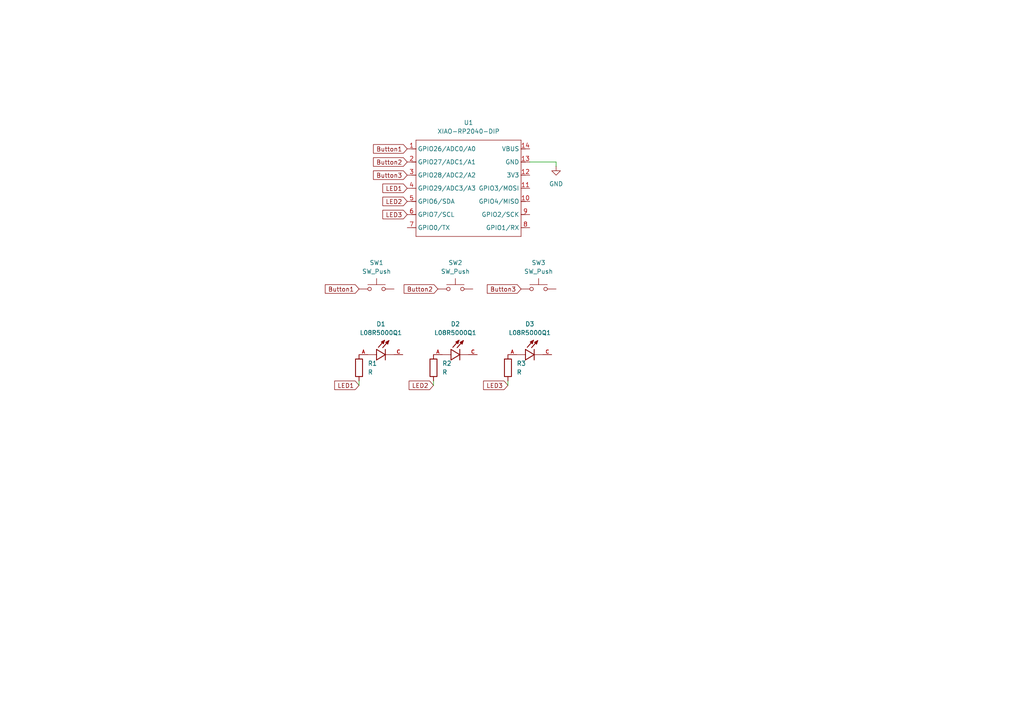
<source format=kicad_sch>
(kicad_sch
	(version 20250114)
	(generator "eeschema")
	(generator_version "9.0")
	(uuid "47509d8e-bc2b-4039-aa3e-079d5362eea7")
	(paper "A4")
	(lib_symbols
		(symbol "Device:R"
			(pin_numbers
				(hide yes)
			)
			(pin_names
				(offset 0)
			)
			(exclude_from_sim no)
			(in_bom yes)
			(on_board yes)
			(property "Reference" "R"
				(at 2.032 0 90)
				(effects
					(font
						(size 1.27 1.27)
					)
				)
			)
			(property "Value" "R"
				(at 0 0 90)
				(effects
					(font
						(size 1.27 1.27)
					)
				)
			)
			(property "Footprint" ""
				(at -1.778 0 90)
				(effects
					(font
						(size 1.27 1.27)
					)
					(hide yes)
				)
			)
			(property "Datasheet" "~"
				(at 0 0 0)
				(effects
					(font
						(size 1.27 1.27)
					)
					(hide yes)
				)
			)
			(property "Description" "Resistor"
				(at 0 0 0)
				(effects
					(font
						(size 1.27 1.27)
					)
					(hide yes)
				)
			)
			(property "ki_keywords" "R res resistor"
				(at 0 0 0)
				(effects
					(font
						(size 1.27 1.27)
					)
					(hide yes)
				)
			)
			(property "ki_fp_filters" "R_*"
				(at 0 0 0)
				(effects
					(font
						(size 1.27 1.27)
					)
					(hide yes)
				)
			)
			(symbol "R_0_1"
				(rectangle
					(start -1.016 -2.54)
					(end 1.016 2.54)
					(stroke
						(width 0.254)
						(type default)
					)
					(fill
						(type none)
					)
				)
			)
			(symbol "R_1_1"
				(pin passive line
					(at 0 3.81 270)
					(length 1.27)
					(name "~"
						(effects
							(font
								(size 1.27 1.27)
							)
						)
					)
					(number "1"
						(effects
							(font
								(size 1.27 1.27)
							)
						)
					)
				)
				(pin passive line
					(at 0 -3.81 90)
					(length 1.27)
					(name "~"
						(effects
							(font
								(size 1.27 1.27)
							)
						)
					)
					(number "2"
						(effects
							(font
								(size 1.27 1.27)
							)
						)
					)
				)
			)
			(embedded_fonts no)
		)
		(symbol "L08R5000Q1:L08R5000Q1"
			(pin_names
				(offset 1.016)
			)
			(exclude_from_sim no)
			(in_bom yes)
			(on_board yes)
			(property "Reference" "D"
				(at -3.0988 4.4958 0)
				(effects
					(font
						(size 1.27 1.27)
					)
					(justify left bottom)
				)
			)
			(property "Value" "L08R5000Q1"
				(at -3.556 -3.302 0)
				(effects
					(font
						(size 1.27 1.27)
					)
					(justify left bottom)
				)
			)
			(property "Footprint" "L08R5000Q1:LEDRD254W57D500H1070"
				(at 0 0 0)
				(effects
					(font
						(size 1.27 1.27)
					)
					(justify bottom)
					(hide yes)
				)
			)
			(property "Datasheet" ""
				(at 0 0 0)
				(effects
					(font
						(size 1.27 1.27)
					)
					(hide yes)
				)
			)
			(property "Description" ""
				(at 0 0 0)
				(effects
					(font
						(size 1.27 1.27)
					)
					(hide yes)
				)
			)
			(property "MF" "LED Technology"
				(at 0 0 0)
				(effects
					(font
						(size 1.27 1.27)
					)
					(justify bottom)
					(hide yes)
				)
			)
			(property "MAXIMUM_PACKAGE_HEIGHT" "10.7mm"
				(at 0 0 0)
				(effects
					(font
						(size 1.27 1.27)
					)
					(justify bottom)
					(hide yes)
				)
			)
			(property "Package" "None"
				(at 0 0 0)
				(effects
					(font
						(size 1.27 1.27)
					)
					(justify bottom)
					(hide yes)
				)
			)
			(property "Price" "None"
				(at 0 0 0)
				(effects
					(font
						(size 1.27 1.27)
					)
					(justify bottom)
					(hide yes)
				)
			)
			(property "Check_prices" "https://www.snapeda.com/parts/L08R5000Q1/LED+Technology/view-part/?ref=eda"
				(at 0 0 0)
				(effects
					(font
						(size 1.27 1.27)
					)
					(justify bottom)
					(hide yes)
				)
			)
			(property "STANDARD" "IPC-7351B"
				(at 0 0 0)
				(effects
					(font
						(size 1.27 1.27)
					)
					(justify bottom)
					(hide yes)
				)
			)
			(property "PARTREV" "NA"
				(at 0 0 0)
				(effects
					(font
						(size 1.27 1.27)
					)
					(justify bottom)
					(hide yes)
				)
			)
			(property "SnapEDA_Link" "https://www.snapeda.com/parts/L08R5000Q1/LED+Technology/view-part/?ref=snap"
				(at 0 0 0)
				(effects
					(font
						(size 1.27 1.27)
					)
					(justify bottom)
					(hide yes)
				)
			)
			(property "MP" "L08R5000Q1"
				(at 0 0 0)
				(effects
					(font
						(size 1.27 1.27)
					)
					(justify bottom)
					(hide yes)
				)
			)
			(property "Description_1" "LED, 5MM, ORANGE; LED / Lamp Size: 5mm / T-1 3/4; LED Colour: Orange; Typ Luminous Intensity: 4.3mcd; Viewing Angle: ..."
				(at 0 0 0)
				(effects
					(font
						(size 1.27 1.27)
					)
					(justify bottom)
					(hide yes)
				)
			)
			(property "Availability" "Not in stock"
				(at 0 0 0)
				(effects
					(font
						(size 1.27 1.27)
					)
					(justify bottom)
					(hide yes)
				)
			)
			(property "MANUFACTURER" "LED TECHNOLOGY"
				(at 0 0 0)
				(effects
					(font
						(size 1.27 1.27)
					)
					(justify bottom)
					(hide yes)
				)
			)
			(symbol "L08R5000Q1_0_0"
				(polyline
					(pts
						(xy -2.54 1.524) (xy -2.54 0)
					)
					(stroke
						(width 0.254)
						(type default)
					)
					(fill
						(type none)
					)
				)
				(polyline
					(pts
						(xy -2.54 0) (xy -5.08 0)
					)
					(stroke
						(width 0.1524)
						(type default)
					)
					(fill
						(type none)
					)
				)
				(polyline
					(pts
						(xy -2.54 0) (xy -2.54 -1.524)
					)
					(stroke
						(width 0.254)
						(type default)
					)
					(fill
						(type none)
					)
				)
				(polyline
					(pts
						(xy -2.54 -1.524) (xy 0 0)
					)
					(stroke
						(width 0.254)
						(type default)
					)
					(fill
						(type none)
					)
				)
				(polyline
					(pts
						(xy -1.1176 3.683) (xy -0.2286 4.1656)
					)
					(stroke
						(width 0.254)
						(type default)
					)
					(fill
						(type none)
					)
				)
				(polyline
					(pts
						(xy -0.9398 3.6068) (xy -0.7112 3.7592)
					)
					(stroke
						(width 0.254)
						(type default)
					)
					(fill
						(type none)
					)
				)
				(polyline
					(pts
						(xy -0.5588 3.2004) (xy -1.1176 3.683)
					)
					(stroke
						(width 0.254)
						(type default)
					)
					(fill
						(type none)
					)
				)
				(polyline
					(pts
						(xy -0.5588 3.2004) (xy -0.5334 3.937)
					)
					(stroke
						(width 0.254)
						(type default)
					)
					(fill
						(type none)
					)
				)
				(polyline
					(pts
						(xy -0.5334 3.937) (xy -0.6604 3.937)
					)
					(stroke
						(width 0.254)
						(type default)
					)
					(fill
						(type none)
					)
				)
				(polyline
					(pts
						(xy -0.2286 4.1656) (xy -2.0066 2.1336)
					)
					(stroke
						(width 0.254)
						(type default)
					)
					(fill
						(type none)
					)
				)
				(polyline
					(pts
						(xy -0.2286 4.1656) (xy -0.5588 3.2004)
					)
					(stroke
						(width 0.254)
						(type default)
					)
					(fill
						(type none)
					)
				)
				(polyline
					(pts
						(xy 0 1.524) (xy 0 0)
					)
					(stroke
						(width 0.254)
						(type default)
					)
					(fill
						(type none)
					)
				)
				(polyline
					(pts
						(xy 0 0) (xy -2.54 1.524)
					)
					(stroke
						(width 0.254)
						(type default)
					)
					(fill
						(type none)
					)
				)
				(polyline
					(pts
						(xy 0 0) (xy 0 -1.524)
					)
					(stroke
						(width 0.254)
						(type default)
					)
					(fill
						(type none)
					)
				)
				(polyline
					(pts
						(xy 0.127 3.5814) (xy 1.016 4.064)
					)
					(stroke
						(width 0.254)
						(type default)
					)
					(fill
						(type none)
					)
				)
				(polyline
					(pts
						(xy 0.3048 3.5052) (xy 0.5334 3.6576)
					)
					(stroke
						(width 0.254)
						(type default)
					)
					(fill
						(type none)
					)
				)
				(polyline
					(pts
						(xy 0.6858 3.0988) (xy 0.127 3.5814)
					)
					(stroke
						(width 0.254)
						(type default)
					)
					(fill
						(type none)
					)
				)
				(polyline
					(pts
						(xy 0.6858 3.0988) (xy 0.7112 3.8354)
					)
					(stroke
						(width 0.254)
						(type default)
					)
					(fill
						(type none)
					)
				)
				(polyline
					(pts
						(xy 0.7112 3.8354) (xy 0.5842 3.8354)
					)
					(stroke
						(width 0.254)
						(type default)
					)
					(fill
						(type none)
					)
				)
				(polyline
					(pts
						(xy 1.016 4.064) (xy -0.762 2.032)
					)
					(stroke
						(width 0.254)
						(type default)
					)
					(fill
						(type none)
					)
				)
				(polyline
					(pts
						(xy 1.016 4.064) (xy 0.6858 3.0988)
					)
					(stroke
						(width 0.254)
						(type default)
					)
					(fill
						(type none)
					)
				)
				(polyline
					(pts
						(xy 2.54 0) (xy 0 0)
					)
					(stroke
						(width 0.1524)
						(type default)
					)
					(fill
						(type none)
					)
				)
				(pin passive line
					(at -7.62 0 0)
					(length 2.54)
					(name "~"
						(effects
							(font
								(size 1.016 1.016)
							)
						)
					)
					(number "A"
						(effects
							(font
								(size 1.016 1.016)
							)
						)
					)
				)
				(pin passive line
					(at 5.08 0 180)
					(length 2.54)
					(name "~"
						(effects
							(font
								(size 1.016 1.016)
							)
						)
					)
					(number "C"
						(effects
							(font
								(size 1.016 1.016)
							)
						)
					)
				)
			)
			(embedded_fonts no)
		)
		(symbol "Seeed_Studio_XIAO_Series:XIAO-RP2040-DIP"
			(exclude_from_sim no)
			(in_bom yes)
			(on_board yes)
			(property "Reference" "U"
				(at 0 0 0)
				(effects
					(font
						(size 1.27 1.27)
					)
				)
			)
			(property "Value" "XIAO-RP2040-DIP"
				(at 5.334 -1.778 0)
				(effects
					(font
						(size 1.27 1.27)
					)
				)
			)
			(property "Footprint" "Module:MOUDLE14P-XIAO-DIP-SMD"
				(at 14.478 -32.258 0)
				(effects
					(font
						(size 1.27 1.27)
					)
					(hide yes)
				)
			)
			(property "Datasheet" ""
				(at 0 0 0)
				(effects
					(font
						(size 1.27 1.27)
					)
					(hide yes)
				)
			)
			(property "Description" ""
				(at 0 0 0)
				(effects
					(font
						(size 1.27 1.27)
					)
					(hide yes)
				)
			)
			(symbol "XIAO-RP2040-DIP_1_0"
				(polyline
					(pts
						(xy -1.27 -2.54) (xy 29.21 -2.54)
					)
					(stroke
						(width 0.1524)
						(type solid)
					)
					(fill
						(type none)
					)
				)
				(polyline
					(pts
						(xy -1.27 -5.08) (xy -2.54 -5.08)
					)
					(stroke
						(width 0.1524)
						(type solid)
					)
					(fill
						(type none)
					)
				)
				(polyline
					(pts
						(xy -1.27 -5.08) (xy -1.27 -2.54)
					)
					(stroke
						(width 0.1524)
						(type solid)
					)
					(fill
						(type none)
					)
				)
				(polyline
					(pts
						(xy -1.27 -8.89) (xy -2.54 -8.89)
					)
					(stroke
						(width 0.1524)
						(type solid)
					)
					(fill
						(type none)
					)
				)
				(polyline
					(pts
						(xy -1.27 -8.89) (xy -1.27 -5.08)
					)
					(stroke
						(width 0.1524)
						(type solid)
					)
					(fill
						(type none)
					)
				)
				(polyline
					(pts
						(xy -1.27 -12.7) (xy -2.54 -12.7)
					)
					(stroke
						(width 0.1524)
						(type solid)
					)
					(fill
						(type none)
					)
				)
				(polyline
					(pts
						(xy -1.27 -12.7) (xy -1.27 -8.89)
					)
					(stroke
						(width 0.1524)
						(type solid)
					)
					(fill
						(type none)
					)
				)
				(polyline
					(pts
						(xy -1.27 -16.51) (xy -2.54 -16.51)
					)
					(stroke
						(width 0.1524)
						(type solid)
					)
					(fill
						(type none)
					)
				)
				(polyline
					(pts
						(xy -1.27 -16.51) (xy -1.27 -12.7)
					)
					(stroke
						(width 0.1524)
						(type solid)
					)
					(fill
						(type none)
					)
				)
				(polyline
					(pts
						(xy -1.27 -20.32) (xy -2.54 -20.32)
					)
					(stroke
						(width 0.1524)
						(type solid)
					)
					(fill
						(type none)
					)
				)
				(polyline
					(pts
						(xy -1.27 -24.13) (xy -2.54 -24.13)
					)
					(stroke
						(width 0.1524)
						(type solid)
					)
					(fill
						(type none)
					)
				)
				(polyline
					(pts
						(xy -1.27 -27.94) (xy -2.54 -27.94)
					)
					(stroke
						(width 0.1524)
						(type solid)
					)
					(fill
						(type none)
					)
				)
				(polyline
					(pts
						(xy -1.27 -30.48) (xy -1.27 -16.51)
					)
					(stroke
						(width 0.1524)
						(type solid)
					)
					(fill
						(type none)
					)
				)
				(polyline
					(pts
						(xy 29.21 -2.54) (xy 29.21 -5.08)
					)
					(stroke
						(width 0.1524)
						(type solid)
					)
					(fill
						(type none)
					)
				)
				(polyline
					(pts
						(xy 29.21 -5.08) (xy 29.21 -8.89)
					)
					(stroke
						(width 0.1524)
						(type solid)
					)
					(fill
						(type none)
					)
				)
				(polyline
					(pts
						(xy 29.21 -8.89) (xy 29.21 -12.7)
					)
					(stroke
						(width 0.1524)
						(type solid)
					)
					(fill
						(type none)
					)
				)
				(polyline
					(pts
						(xy 29.21 -12.7) (xy 29.21 -30.48)
					)
					(stroke
						(width 0.1524)
						(type solid)
					)
					(fill
						(type none)
					)
				)
				(polyline
					(pts
						(xy 29.21 -30.48) (xy -1.27 -30.48)
					)
					(stroke
						(width 0.1524)
						(type solid)
					)
					(fill
						(type none)
					)
				)
				(polyline
					(pts
						(xy 30.48 -5.08) (xy 29.21 -5.08)
					)
					(stroke
						(width 0.1524)
						(type solid)
					)
					(fill
						(type none)
					)
				)
				(polyline
					(pts
						(xy 30.48 -8.89) (xy 29.21 -8.89)
					)
					(stroke
						(width 0.1524)
						(type solid)
					)
					(fill
						(type none)
					)
				)
				(polyline
					(pts
						(xy 30.48 -12.7) (xy 29.21 -12.7)
					)
					(stroke
						(width 0.1524)
						(type solid)
					)
					(fill
						(type none)
					)
				)
				(polyline
					(pts
						(xy 30.48 -16.51) (xy 29.21 -16.51)
					)
					(stroke
						(width 0.1524)
						(type solid)
					)
					(fill
						(type none)
					)
				)
				(polyline
					(pts
						(xy 30.48 -20.32) (xy 29.21 -20.32)
					)
					(stroke
						(width 0.1524)
						(type solid)
					)
					(fill
						(type none)
					)
				)
				(polyline
					(pts
						(xy 30.48 -24.13) (xy 29.21 -24.13)
					)
					(stroke
						(width 0.1524)
						(type solid)
					)
					(fill
						(type none)
					)
				)
				(polyline
					(pts
						(xy 30.48 -27.94) (xy 29.21 -27.94)
					)
					(stroke
						(width 0.1524)
						(type solid)
					)
					(fill
						(type none)
					)
				)
				(pin passive line
					(at -3.81 -5.08 0)
					(length 2.54)
					(name "GPIO26/ADC0/A0"
						(effects
							(font
								(size 1.27 1.27)
							)
						)
					)
					(number "1"
						(effects
							(font
								(size 1.27 1.27)
							)
						)
					)
				)
				(pin passive line
					(at -3.81 -8.89 0)
					(length 2.54)
					(name "GPIO27/ADC1/A1"
						(effects
							(font
								(size 1.27 1.27)
							)
						)
					)
					(number "2"
						(effects
							(font
								(size 1.27 1.27)
							)
						)
					)
				)
				(pin passive line
					(at -3.81 -12.7 0)
					(length 2.54)
					(name "GPIO28/ADC2/A2"
						(effects
							(font
								(size 1.27 1.27)
							)
						)
					)
					(number "3"
						(effects
							(font
								(size 1.27 1.27)
							)
						)
					)
				)
				(pin passive line
					(at -3.81 -16.51 0)
					(length 2.54)
					(name "GPIO29/ADC3/A3"
						(effects
							(font
								(size 1.27 1.27)
							)
						)
					)
					(number "4"
						(effects
							(font
								(size 1.27 1.27)
							)
						)
					)
				)
				(pin passive line
					(at -3.81 -20.32 0)
					(length 2.54)
					(name "GPIO6/SDA"
						(effects
							(font
								(size 1.27 1.27)
							)
						)
					)
					(number "5"
						(effects
							(font
								(size 1.27 1.27)
							)
						)
					)
				)
				(pin passive line
					(at -3.81 -24.13 0)
					(length 2.54)
					(name "GPIO7/SCL"
						(effects
							(font
								(size 1.27 1.27)
							)
						)
					)
					(number "6"
						(effects
							(font
								(size 1.27 1.27)
							)
						)
					)
				)
				(pin passive line
					(at -3.81 -27.94 0)
					(length 2.54)
					(name "GPIO0/TX"
						(effects
							(font
								(size 1.27 1.27)
							)
						)
					)
					(number "7"
						(effects
							(font
								(size 1.27 1.27)
							)
						)
					)
				)
				(pin passive line
					(at 31.75 -5.08 180)
					(length 2.54)
					(name "VBUS"
						(effects
							(font
								(size 1.27 1.27)
							)
						)
					)
					(number "14"
						(effects
							(font
								(size 1.27 1.27)
							)
						)
					)
				)
				(pin passive line
					(at 31.75 -8.89 180)
					(length 2.54)
					(name "GND"
						(effects
							(font
								(size 1.27 1.27)
							)
						)
					)
					(number "13"
						(effects
							(font
								(size 1.27 1.27)
							)
						)
					)
				)
				(pin passive line
					(at 31.75 -12.7 180)
					(length 2.54)
					(name "3V3"
						(effects
							(font
								(size 1.27 1.27)
							)
						)
					)
					(number "12"
						(effects
							(font
								(size 1.27 1.27)
							)
						)
					)
				)
				(pin passive line
					(at 31.75 -16.51 180)
					(length 2.54)
					(name "GPIO3/MOSI"
						(effects
							(font
								(size 1.27 1.27)
							)
						)
					)
					(number "11"
						(effects
							(font
								(size 1.27 1.27)
							)
						)
					)
				)
				(pin passive line
					(at 31.75 -20.32 180)
					(length 2.54)
					(name "GPIO4/MISO"
						(effects
							(font
								(size 1.27 1.27)
							)
						)
					)
					(number "10"
						(effects
							(font
								(size 1.27 1.27)
							)
						)
					)
				)
				(pin passive line
					(at 31.75 -24.13 180)
					(length 2.54)
					(name "GPIO2/SCK"
						(effects
							(font
								(size 1.27 1.27)
							)
						)
					)
					(number "9"
						(effects
							(font
								(size 1.27 1.27)
							)
						)
					)
				)
				(pin passive line
					(at 31.75 -27.94 180)
					(length 2.54)
					(name "GPIO1/RX"
						(effects
							(font
								(size 1.27 1.27)
							)
						)
					)
					(number "8"
						(effects
							(font
								(size 1.27 1.27)
							)
						)
					)
				)
			)
			(embedded_fonts no)
		)
		(symbol "Switch:SW_Push"
			(pin_numbers
				(hide yes)
			)
			(pin_names
				(offset 1.016)
				(hide yes)
			)
			(exclude_from_sim no)
			(in_bom yes)
			(on_board yes)
			(property "Reference" "SW"
				(at 1.27 2.54 0)
				(effects
					(font
						(size 1.27 1.27)
					)
					(justify left)
				)
			)
			(property "Value" "SW_Push"
				(at 0 -1.524 0)
				(effects
					(font
						(size 1.27 1.27)
					)
				)
			)
			(property "Footprint" ""
				(at 0 5.08 0)
				(effects
					(font
						(size 1.27 1.27)
					)
					(hide yes)
				)
			)
			(property "Datasheet" "~"
				(at 0 5.08 0)
				(effects
					(font
						(size 1.27 1.27)
					)
					(hide yes)
				)
			)
			(property "Description" "Push button switch, generic, two pins"
				(at 0 0 0)
				(effects
					(font
						(size 1.27 1.27)
					)
					(hide yes)
				)
			)
			(property "ki_keywords" "switch normally-open pushbutton push-button"
				(at 0 0 0)
				(effects
					(font
						(size 1.27 1.27)
					)
					(hide yes)
				)
			)
			(symbol "SW_Push_0_1"
				(circle
					(center -2.032 0)
					(radius 0.508)
					(stroke
						(width 0)
						(type default)
					)
					(fill
						(type none)
					)
				)
				(polyline
					(pts
						(xy 0 1.27) (xy 0 3.048)
					)
					(stroke
						(width 0)
						(type default)
					)
					(fill
						(type none)
					)
				)
				(circle
					(center 2.032 0)
					(radius 0.508)
					(stroke
						(width 0)
						(type default)
					)
					(fill
						(type none)
					)
				)
				(polyline
					(pts
						(xy 2.54 1.27) (xy -2.54 1.27)
					)
					(stroke
						(width 0)
						(type default)
					)
					(fill
						(type none)
					)
				)
				(pin passive line
					(at -5.08 0 0)
					(length 2.54)
					(name "1"
						(effects
							(font
								(size 1.27 1.27)
							)
						)
					)
					(number "1"
						(effects
							(font
								(size 1.27 1.27)
							)
						)
					)
				)
				(pin passive line
					(at 5.08 0 180)
					(length 2.54)
					(name "2"
						(effects
							(font
								(size 1.27 1.27)
							)
						)
					)
					(number "2"
						(effects
							(font
								(size 1.27 1.27)
							)
						)
					)
				)
			)
			(embedded_fonts no)
		)
		(symbol "power:GND"
			(power)
			(pin_numbers
				(hide yes)
			)
			(pin_names
				(offset 0)
				(hide yes)
			)
			(exclude_from_sim no)
			(in_bom yes)
			(on_board yes)
			(property "Reference" "#PWR"
				(at 0 -6.35 0)
				(effects
					(font
						(size 1.27 1.27)
					)
					(hide yes)
				)
			)
			(property "Value" "GND"
				(at 0 -3.81 0)
				(effects
					(font
						(size 1.27 1.27)
					)
				)
			)
			(property "Footprint" ""
				(at 0 0 0)
				(effects
					(font
						(size 1.27 1.27)
					)
					(hide yes)
				)
			)
			(property "Datasheet" ""
				(at 0 0 0)
				(effects
					(font
						(size 1.27 1.27)
					)
					(hide yes)
				)
			)
			(property "Description" "Power symbol creates a global label with name \"GND\" , ground"
				(at 0 0 0)
				(effects
					(font
						(size 1.27 1.27)
					)
					(hide yes)
				)
			)
			(property "ki_keywords" "global power"
				(at 0 0 0)
				(effects
					(font
						(size 1.27 1.27)
					)
					(hide yes)
				)
			)
			(symbol "GND_0_1"
				(polyline
					(pts
						(xy 0 0) (xy 0 -1.27) (xy 1.27 -1.27) (xy 0 -2.54) (xy -1.27 -1.27) (xy 0 -1.27)
					)
					(stroke
						(width 0)
						(type default)
					)
					(fill
						(type none)
					)
				)
			)
			(symbol "GND_1_1"
				(pin power_in line
					(at 0 0 270)
					(length 0)
					(name "~"
						(effects
							(font
								(size 1.27 1.27)
							)
						)
					)
					(number "1"
						(effects
							(font
								(size 1.27 1.27)
							)
						)
					)
				)
			)
			(embedded_fonts no)
		)
	)
	(wire
		(pts
			(xy 161.29 46.99) (xy 161.29 48.26)
		)
		(stroke
			(width 0)
			(type default)
		)
		(uuid "43f97d64-8e48-4248-97da-2d8e1b54c31f")
	)
	(wire
		(pts
			(xy 125.73 111.76) (xy 125.73 110.49)
		)
		(stroke
			(width 0)
			(type default)
		)
		(uuid "7d71f751-7327-42cd-825b-0e5dff5b0d40")
	)
	(wire
		(pts
			(xy 104.14 111.76) (xy 104.14 110.49)
		)
		(stroke
			(width 0)
			(type default)
		)
		(uuid "b043d02e-dbcc-4c50-b4ac-c0f4307c4329")
	)
	(wire
		(pts
			(xy 153.67 46.99) (xy 161.29 46.99)
		)
		(stroke
			(width 0)
			(type default)
		)
		(uuid "ce63cea3-f140-4baf-bca8-2868667b8642")
	)
	(wire
		(pts
			(xy 147.32 111.76) (xy 147.32 110.49)
		)
		(stroke
			(width 0)
			(type default)
		)
		(uuid "db2879c1-9447-42ea-b8dc-260f1b4e610f")
	)
	(global_label "LED2"
		(shape input)
		(at 118.11 58.42 180)
		(fields_autoplaced yes)
		(effects
			(font
				(size 1.27 1.27)
			)
			(justify right)
		)
		(uuid "1b7bfc33-43cb-4438-8e69-42f6b02b5848")
		(property "Intersheetrefs" "${INTERSHEET_REFS}"
			(at 110.4682 58.42 0)
			(effects
				(font
					(size 1.27 1.27)
				)
				(justify right)
				(hide yes)
			)
		)
	)
	(global_label "Button3"
		(shape input)
		(at 151.13 83.82 180)
		(fields_autoplaced yes)
		(effects
			(font
				(size 1.27 1.27)
			)
			(justify right)
		)
		(uuid "304cfa4b-6ac2-44dc-b9c8-2d9b2267f072")
		(property "Intersheetrefs" "${INTERSHEET_REFS}"
			(at 140.7669 83.82 0)
			(effects
				(font
					(size 1.27 1.27)
				)
				(justify right)
				(hide yes)
			)
		)
	)
	(global_label "LED1"
		(shape input)
		(at 118.11 54.61 180)
		(fields_autoplaced yes)
		(effects
			(font
				(size 1.27 1.27)
			)
			(justify right)
		)
		(uuid "36162a74-6c11-426a-aecc-e11f59c10e2a")
		(property "Intersheetrefs" "${INTERSHEET_REFS}"
			(at 110.4682 54.61 0)
			(effects
				(font
					(size 1.27 1.27)
				)
				(justify right)
				(hide yes)
			)
		)
	)
	(global_label "Button1"
		(shape input)
		(at 104.14 83.82 180)
		(fields_autoplaced yes)
		(effects
			(font
				(size 1.27 1.27)
			)
			(justify right)
		)
		(uuid "496a3e61-fd7a-4931-8256-cc74b4ecba38")
		(property "Intersheetrefs" "${INTERSHEET_REFS}"
			(at 93.7769 83.82 0)
			(effects
				(font
					(size 1.27 1.27)
				)
				(justify right)
				(hide yes)
			)
		)
	)
	(global_label "LED1"
		(shape input)
		(at 104.14 111.76 180)
		(fields_autoplaced yes)
		(effects
			(font
				(size 1.27 1.27)
			)
			(justify right)
		)
		(uuid "5395093c-1ca5-4316-b2f1-4eddc75604cc")
		(property "Intersheetrefs" "${INTERSHEET_REFS}"
			(at 96.4982 111.76 0)
			(effects
				(font
					(size 1.27 1.27)
				)
				(justify right)
				(hide yes)
			)
		)
	)
	(global_label "Button2"
		(shape input)
		(at 127 83.82 180)
		(fields_autoplaced yes)
		(effects
			(font
				(size 1.27 1.27)
			)
			(justify right)
		)
		(uuid "8523f945-ee0f-4a0e-bf3d-7b3211200163")
		(property "Intersheetrefs" "${INTERSHEET_REFS}"
			(at 116.6369 83.82 0)
			(effects
				(font
					(size 1.27 1.27)
				)
				(justify right)
				(hide yes)
			)
		)
	)
	(global_label "LED3"
		(shape input)
		(at 147.32 111.76 180)
		(fields_autoplaced yes)
		(effects
			(font
				(size 1.27 1.27)
			)
			(justify right)
		)
		(uuid "ba047c59-0aaf-4bd0-9a99-3e8b2d7e19a6")
		(property "Intersheetrefs" "${INTERSHEET_REFS}"
			(at 139.6782 111.76 0)
			(effects
				(font
					(size 1.27 1.27)
				)
				(justify right)
				(hide yes)
			)
		)
	)
	(global_label "LED2"
		(shape input)
		(at 125.73 111.76 180)
		(fields_autoplaced yes)
		(effects
			(font
				(size 1.27 1.27)
			)
			(justify right)
		)
		(uuid "c4ee4dcc-ec8f-49b7-9cf6-04880c896409")
		(property "Intersheetrefs" "${INTERSHEET_REFS}"
			(at 118.0882 111.76 0)
			(effects
				(font
					(size 1.27 1.27)
				)
				(justify right)
				(hide yes)
			)
		)
	)
	(global_label "LED3"
		(shape input)
		(at 118.11 62.23 180)
		(fields_autoplaced yes)
		(effects
			(font
				(size 1.27 1.27)
			)
			(justify right)
		)
		(uuid "cd1cb44d-883a-44fb-8423-bd8c25b6ba34")
		(property "Intersheetrefs" "${INTERSHEET_REFS}"
			(at 110.4682 62.23 0)
			(effects
				(font
					(size 1.27 1.27)
				)
				(justify right)
				(hide yes)
			)
		)
	)
	(global_label "Button1"
		(shape input)
		(at 118.11 43.18 180)
		(fields_autoplaced yes)
		(effects
			(font
				(size 1.27 1.27)
			)
			(justify right)
		)
		(uuid "dbc62515-9947-4d95-adeb-d8968d33d912")
		(property "Intersheetrefs" "${INTERSHEET_REFS}"
			(at 107.7469 43.18 0)
			(effects
				(font
					(size 1.27 1.27)
				)
				(justify right)
				(hide yes)
			)
		)
	)
	(global_label "Button3"
		(shape input)
		(at 118.11 50.8 180)
		(fields_autoplaced yes)
		(effects
			(font
				(size 1.27 1.27)
			)
			(justify right)
		)
		(uuid "df105be3-048b-4f2a-b64c-b65e64bd69d5")
		(property "Intersheetrefs" "${INTERSHEET_REFS}"
			(at 107.7469 50.8 0)
			(effects
				(font
					(size 1.27 1.27)
				)
				(justify right)
				(hide yes)
			)
		)
	)
	(global_label "Button2"
		(shape input)
		(at 118.11 46.99 180)
		(fields_autoplaced yes)
		(effects
			(font
				(size 1.27 1.27)
			)
			(justify right)
		)
		(uuid "ef82540d-9d1c-46e7-be46-96002ae34cd9")
		(property "Intersheetrefs" "${INTERSHEET_REFS}"
			(at 107.7469 46.99 0)
			(effects
				(font
					(size 1.27 1.27)
				)
				(justify right)
				(hide yes)
			)
		)
	)
	(symbol
		(lib_id "L08R5000Q1:L08R5000Q1")
		(at 154.94 102.87 0)
		(unit 1)
		(exclude_from_sim no)
		(in_bom yes)
		(on_board yes)
		(dnp no)
		(fields_autoplaced yes)
		(uuid "1119e742-ac25-4356-bda7-63604458aa74")
		(property "Reference" "D3"
			(at 153.67 93.98 0)
			(effects
				(font
					(size 1.27 1.27)
				)
			)
		)
		(property "Value" "L08R5000Q1"
			(at 153.67 96.52 0)
			(effects
				(font
					(size 1.27 1.27)
				)
			)
		)
		(property "Footprint" "L08R5000Q1:LEDRD254W57D500H1070"
			(at 154.94 102.87 0)
			(effects
				(font
					(size 1.27 1.27)
				)
				(justify bottom)
				(hide yes)
			)
		)
		(property "Datasheet" ""
			(at 154.94 102.87 0)
			(effects
				(font
					(size 1.27 1.27)
				)
				(hide yes)
			)
		)
		(property "Description" ""
			(at 154.94 102.87 0)
			(effects
				(font
					(size 1.27 1.27)
				)
				(hide yes)
			)
		)
		(property "MF" "LED Technology"
			(at 154.94 102.87 0)
			(effects
				(font
					(size 1.27 1.27)
				)
				(justify bottom)
				(hide yes)
			)
		)
		(property "MAXIMUM_PACKAGE_HEIGHT" "10.7mm"
			(at 154.94 102.87 0)
			(effects
				(font
					(size 1.27 1.27)
				)
				(justify bottom)
				(hide yes)
			)
		)
		(property "Package" "None"
			(at 154.94 102.87 0)
			(effects
				(font
					(size 1.27 1.27)
				)
				(justify bottom)
				(hide yes)
			)
		)
		(property "Price" "None"
			(at 154.94 102.87 0)
			(effects
				(font
					(size 1.27 1.27)
				)
				(justify bottom)
				(hide yes)
			)
		)
		(property "Check_prices" "https://www.snapeda.com/parts/L08R5000Q1/LED+Technology/view-part/?ref=eda"
			(at 154.94 102.87 0)
			(effects
				(font
					(size 1.27 1.27)
				)
				(justify bottom)
				(hide yes)
			)
		)
		(property "STANDARD" "IPC-7351B"
			(at 154.94 102.87 0)
			(effects
				(font
					(size 1.27 1.27)
				)
				(justify bottom)
				(hide yes)
			)
		)
		(property "PARTREV" "NA"
			(at 154.94 102.87 0)
			(effects
				(font
					(size 1.27 1.27)
				)
				(justify bottom)
				(hide yes)
			)
		)
		(property "SnapEDA_Link" "https://www.snapeda.com/parts/L08R5000Q1/LED+Technology/view-part/?ref=snap"
			(at 154.94 102.87 0)
			(effects
				(font
					(size 1.27 1.27)
				)
				(justify bottom)
				(hide yes)
			)
		)
		(property "MP" "L08R5000Q1"
			(at 154.94 102.87 0)
			(effects
				(font
					(size 1.27 1.27)
				)
				(justify bottom)
				(hide yes)
			)
		)
		(property "Description_1" "LED, 5MM, ORANGE; LED / Lamp Size: 5mm / T-1 3/4; LED Colour: Orange; Typ Luminous Intensity: 4.3mcd; Viewing Angle: ..."
			(at 154.94 102.87 0)
			(effects
				(font
					(size 1.27 1.27)
				)
				(justify bottom)
				(hide yes)
			)
		)
		(property "Availability" "Not in stock"
			(at 154.94 102.87 0)
			(effects
				(font
					(size 1.27 1.27)
				)
				(justify bottom)
				(hide yes)
			)
		)
		(property "MANUFACTURER" "LED TECHNOLOGY"
			(at 154.94 102.87 0)
			(effects
				(font
					(size 1.27 1.27)
				)
				(justify bottom)
				(hide yes)
			)
		)
		(pin "A"
			(uuid "f87ffbb8-0b23-4591-a250-5b7674c5efa4")
		)
		(pin "C"
			(uuid "d563d571-3ee0-4583-9af4-0f111c98a0b2")
		)
		(instances
			(project ""
				(path "/47509d8e-bc2b-4039-aa3e-079d5362eea7"
					(reference "D3")
					(unit 1)
				)
			)
		)
	)
	(symbol
		(lib_id "Device:R")
		(at 147.32 106.68 0)
		(unit 1)
		(exclude_from_sim no)
		(in_bom yes)
		(on_board yes)
		(dnp no)
		(fields_autoplaced yes)
		(uuid "134cc216-8636-4966-ada6-429808ca7510")
		(property "Reference" "R3"
			(at 149.86 105.4099 0)
			(effects
				(font
					(size 1.27 1.27)
				)
				(justify left)
			)
		)
		(property "Value" "R"
			(at 149.86 107.9499 0)
			(effects
				(font
					(size 1.27 1.27)
				)
				(justify left)
			)
		)
		(property "Footprint" ""
			(at 145.542 106.68 90)
			(effects
				(font
					(size 1.27 1.27)
				)
				(hide yes)
			)
		)
		(property "Datasheet" "~"
			(at 147.32 106.68 0)
			(effects
				(font
					(size 1.27 1.27)
				)
				(hide yes)
			)
		)
		(property "Description" "Resistor"
			(at 147.32 106.68 0)
			(effects
				(font
					(size 1.27 1.27)
				)
				(hide yes)
			)
		)
		(pin "1"
			(uuid "7cc8df95-81ae-46a8-89c3-490b4ba8fe7f")
		)
		(pin "2"
			(uuid "02de3afd-21ba-4efd-ae50-5ebc03620f3d")
		)
		(instances
			(project ""
				(path "/47509d8e-bc2b-4039-aa3e-079d5362eea7"
					(reference "R3")
					(unit 1)
				)
			)
		)
	)
	(symbol
		(lib_id "L08R5000Q1:L08R5000Q1")
		(at 111.76 102.87 0)
		(unit 1)
		(exclude_from_sim no)
		(in_bom yes)
		(on_board yes)
		(dnp no)
		(fields_autoplaced yes)
		(uuid "329787c1-29e9-4f3a-83a7-d6fa59b0cca8")
		(property "Reference" "D1"
			(at 110.49 93.98 0)
			(effects
				(font
					(size 1.27 1.27)
				)
			)
		)
		(property "Value" "L08R5000Q1"
			(at 110.49 96.52 0)
			(effects
				(font
					(size 1.27 1.27)
				)
			)
		)
		(property "Footprint" "L08R5000Q1:LEDRD254W57D500H1070"
			(at 111.76 102.87 0)
			(effects
				(font
					(size 1.27 1.27)
				)
				(justify bottom)
				(hide yes)
			)
		)
		(property "Datasheet" ""
			(at 111.76 102.87 0)
			(effects
				(font
					(size 1.27 1.27)
				)
				(hide yes)
			)
		)
		(property "Description" ""
			(at 111.76 102.87 0)
			(effects
				(font
					(size 1.27 1.27)
				)
				(hide yes)
			)
		)
		(property "MF" "LED Technology"
			(at 111.76 102.87 0)
			(effects
				(font
					(size 1.27 1.27)
				)
				(justify bottom)
				(hide yes)
			)
		)
		(property "MAXIMUM_PACKAGE_HEIGHT" "10.7mm"
			(at 111.76 102.87 0)
			(effects
				(font
					(size 1.27 1.27)
				)
				(justify bottom)
				(hide yes)
			)
		)
		(property "Package" "None"
			(at 111.76 102.87 0)
			(effects
				(font
					(size 1.27 1.27)
				)
				(justify bottom)
				(hide yes)
			)
		)
		(property "Price" "None"
			(at 111.76 102.87 0)
			(effects
				(font
					(size 1.27 1.27)
				)
				(justify bottom)
				(hide yes)
			)
		)
		(property "Check_prices" "https://www.snapeda.com/parts/L08R5000Q1/LED+Technology/view-part/?ref=eda"
			(at 111.76 102.87 0)
			(effects
				(font
					(size 1.27 1.27)
				)
				(justify bottom)
				(hide yes)
			)
		)
		(property "STANDARD" "IPC-7351B"
			(at 111.76 102.87 0)
			(effects
				(font
					(size 1.27 1.27)
				)
				(justify bottom)
				(hide yes)
			)
		)
		(property "PARTREV" "NA"
			(at 111.76 102.87 0)
			(effects
				(font
					(size 1.27 1.27)
				)
				(justify bottom)
				(hide yes)
			)
		)
		(property "SnapEDA_Link" "https://www.snapeda.com/parts/L08R5000Q1/LED+Technology/view-part/?ref=snap"
			(at 111.76 102.87 0)
			(effects
				(font
					(size 1.27 1.27)
				)
				(justify bottom)
				(hide yes)
			)
		)
		(property "MP" "L08R5000Q1"
			(at 111.76 102.87 0)
			(effects
				(font
					(size 1.27 1.27)
				)
				(justify bottom)
				(hide yes)
			)
		)
		(property "Description_1" "LED, 5MM, ORANGE; LED / Lamp Size: 5mm / T-1 3/4; LED Colour: Orange; Typ Luminous Intensity: 4.3mcd; Viewing Angle: ..."
			(at 111.76 102.87 0)
			(effects
				(font
					(size 1.27 1.27)
				)
				(justify bottom)
				(hide yes)
			)
		)
		(property "Availability" "Not in stock"
			(at 111.76 102.87 0)
			(effects
				(font
					(size 1.27 1.27)
				)
				(justify bottom)
				(hide yes)
			)
		)
		(property "MANUFACTURER" "LED TECHNOLOGY"
			(at 111.76 102.87 0)
			(effects
				(font
					(size 1.27 1.27)
				)
				(justify bottom)
				(hide yes)
			)
		)
		(pin "C"
			(uuid "ad8a28e0-334d-4bcf-8f3f-ed857a417643")
		)
		(pin "A"
			(uuid "077124ea-97d7-4c7c-972c-e0864a055627")
		)
		(instances
			(project ""
				(path "/47509d8e-bc2b-4039-aa3e-079d5362eea7"
					(reference "D1")
					(unit 1)
				)
			)
		)
	)
	(symbol
		(lib_id "Switch:SW_Push")
		(at 109.22 83.82 0)
		(unit 1)
		(exclude_from_sim no)
		(in_bom yes)
		(on_board yes)
		(dnp no)
		(fields_autoplaced yes)
		(uuid "3e3250f9-69b1-461e-98f7-549c74aa9821")
		(property "Reference" "SW1"
			(at 109.22 76.2 0)
			(effects
				(font
					(size 1.27 1.27)
				)
			)
		)
		(property "Value" "SW_Push"
			(at 109.22 78.74 0)
			(effects
				(font
					(size 1.27 1.27)
				)
			)
		)
		(property "Footprint" ""
			(at 109.22 78.74 0)
			(effects
				(font
					(size 1.27 1.27)
				)
				(hide yes)
			)
		)
		(property "Datasheet" "~"
			(at 109.22 78.74 0)
			(effects
				(font
					(size 1.27 1.27)
				)
				(hide yes)
			)
		)
		(property "Description" "Push button switch, generic, two pins"
			(at 109.22 83.82 0)
			(effects
				(font
					(size 1.27 1.27)
				)
				(hide yes)
			)
		)
		(pin "2"
			(uuid "94654c4f-eaed-42fc-9d6b-1721d233c4fa")
		)
		(pin "1"
			(uuid "8ad626e6-375f-4b19-b63f-21035ce8cc14")
		)
		(instances
			(project ""
				(path "/47509d8e-bc2b-4039-aa3e-079d5362eea7"
					(reference "SW1")
					(unit 1)
				)
			)
		)
	)
	(symbol
		(lib_id "L08R5000Q1:L08R5000Q1")
		(at 133.35 102.87 0)
		(unit 1)
		(exclude_from_sim no)
		(in_bom yes)
		(on_board yes)
		(dnp no)
		(fields_autoplaced yes)
		(uuid "48cb0b31-008a-4295-aed4-7c0a1106e2c6")
		(property "Reference" "D2"
			(at 132.08 93.98 0)
			(effects
				(font
					(size 1.27 1.27)
				)
			)
		)
		(property "Value" "L08R5000Q1"
			(at 132.08 96.52 0)
			(effects
				(font
					(size 1.27 1.27)
				)
			)
		)
		(property "Footprint" "L08R5000Q1:LEDRD254W57D500H1070"
			(at 133.35 102.87 0)
			(effects
				(font
					(size 1.27 1.27)
				)
				(justify bottom)
				(hide yes)
			)
		)
		(property "Datasheet" ""
			(at 133.35 102.87 0)
			(effects
				(font
					(size 1.27 1.27)
				)
				(hide yes)
			)
		)
		(property "Description" ""
			(at 133.35 102.87 0)
			(effects
				(font
					(size 1.27 1.27)
				)
				(hide yes)
			)
		)
		(property "MF" "LED Technology"
			(at 133.35 102.87 0)
			(effects
				(font
					(size 1.27 1.27)
				)
				(justify bottom)
				(hide yes)
			)
		)
		(property "MAXIMUM_PACKAGE_HEIGHT" "10.7mm"
			(at 133.35 102.87 0)
			(effects
				(font
					(size 1.27 1.27)
				)
				(justify bottom)
				(hide yes)
			)
		)
		(property "Package" "None"
			(at 133.35 102.87 0)
			(effects
				(font
					(size 1.27 1.27)
				)
				(justify bottom)
				(hide yes)
			)
		)
		(property "Price" "None"
			(at 133.35 102.87 0)
			(effects
				(font
					(size 1.27 1.27)
				)
				(justify bottom)
				(hide yes)
			)
		)
		(property "Check_prices" "https://www.snapeda.com/parts/L08R5000Q1/LED+Technology/view-part/?ref=eda"
			(at 133.35 102.87 0)
			(effects
				(font
					(size 1.27 1.27)
				)
				(justify bottom)
				(hide yes)
			)
		)
		(property "STANDARD" "IPC-7351B"
			(at 133.35 102.87 0)
			(effects
				(font
					(size 1.27 1.27)
				)
				(justify bottom)
				(hide yes)
			)
		)
		(property "PARTREV" "NA"
			(at 133.35 102.87 0)
			(effects
				(font
					(size 1.27 1.27)
				)
				(justify bottom)
				(hide yes)
			)
		)
		(property "SnapEDA_Link" "https://www.snapeda.com/parts/L08R5000Q1/LED+Technology/view-part/?ref=snap"
			(at 133.35 102.87 0)
			(effects
				(font
					(size 1.27 1.27)
				)
				(justify bottom)
				(hide yes)
			)
		)
		(property "MP" "L08R5000Q1"
			(at 133.35 102.87 0)
			(effects
				(font
					(size 1.27 1.27)
				)
				(justify bottom)
				(hide yes)
			)
		)
		(property "Description_1" "LED, 5MM, ORANGE; LED / Lamp Size: 5mm / T-1 3/4; LED Colour: Orange; Typ Luminous Intensity: 4.3mcd; Viewing Angle: ..."
			(at 133.35 102.87 0)
			(effects
				(font
					(size 1.27 1.27)
				)
				(justify bottom)
				(hide yes)
			)
		)
		(property "Availability" "Not in stock"
			(at 133.35 102.87 0)
			(effects
				(font
					(size 1.27 1.27)
				)
				(justify bottom)
				(hide yes)
			)
		)
		(property "MANUFACTURER" "LED TECHNOLOGY"
			(at 133.35 102.87 0)
			(effects
				(font
					(size 1.27 1.27)
				)
				(justify bottom)
				(hide yes)
			)
		)
		(pin "A"
			(uuid "d212ab9d-1026-4283-b310-16994c38ed37")
		)
		(pin "C"
			(uuid "06c418b4-44e9-4af7-978a-fa3c68f2e6e7")
		)
		(instances
			(project ""
				(path "/47509d8e-bc2b-4039-aa3e-079d5362eea7"
					(reference "D2")
					(unit 1)
				)
			)
		)
	)
	(symbol
		(lib_id "power:GND")
		(at 161.29 48.26 0)
		(unit 1)
		(exclude_from_sim no)
		(in_bom yes)
		(on_board yes)
		(dnp no)
		(fields_autoplaced yes)
		(uuid "6ecbac16-9d5b-476b-ac46-ce7644e90414")
		(property "Reference" "#PWR01"
			(at 161.29 54.61 0)
			(effects
				(font
					(size 1.27 1.27)
				)
				(hide yes)
			)
		)
		(property "Value" "GND"
			(at 161.29 53.34 0)
			(effects
				(font
					(size 1.27 1.27)
				)
			)
		)
		(property "Footprint" ""
			(at 161.29 48.26 0)
			(effects
				(font
					(size 1.27 1.27)
				)
				(hide yes)
			)
		)
		(property "Datasheet" ""
			(at 161.29 48.26 0)
			(effects
				(font
					(size 1.27 1.27)
				)
				(hide yes)
			)
		)
		(property "Description" "Power symbol creates a global label with name \"GND\" , ground"
			(at 161.29 48.26 0)
			(effects
				(font
					(size 1.27 1.27)
				)
				(hide yes)
			)
		)
		(pin "1"
			(uuid "5c7134af-b3c2-4c00-93c6-6b9dd3438f68")
		)
		(instances
			(project ""
				(path "/47509d8e-bc2b-4039-aa3e-079d5362eea7"
					(reference "#PWR01")
					(unit 1)
				)
			)
		)
	)
	(symbol
		(lib_id "Device:R")
		(at 125.73 106.68 0)
		(unit 1)
		(exclude_from_sim no)
		(in_bom yes)
		(on_board yes)
		(dnp no)
		(fields_autoplaced yes)
		(uuid "a6c66d6b-fab9-4fd6-b740-44f9f0a46e66")
		(property "Reference" "R2"
			(at 128.27 105.4099 0)
			(effects
				(font
					(size 1.27 1.27)
				)
				(justify left)
			)
		)
		(property "Value" "R"
			(at 128.27 107.9499 0)
			(effects
				(font
					(size 1.27 1.27)
				)
				(justify left)
			)
		)
		(property "Footprint" ""
			(at 123.952 106.68 90)
			(effects
				(font
					(size 1.27 1.27)
				)
				(hide yes)
			)
		)
		(property "Datasheet" "~"
			(at 125.73 106.68 0)
			(effects
				(font
					(size 1.27 1.27)
				)
				(hide yes)
			)
		)
		(property "Description" "Resistor"
			(at 125.73 106.68 0)
			(effects
				(font
					(size 1.27 1.27)
				)
				(hide yes)
			)
		)
		(pin "2"
			(uuid "e047659c-4ea2-4c0c-b178-0d880603a241")
		)
		(pin "1"
			(uuid "99077c2d-2268-440d-8e85-d3a4deb1ac69")
		)
		(instances
			(project ""
				(path "/47509d8e-bc2b-4039-aa3e-079d5362eea7"
					(reference "R2")
					(unit 1)
				)
			)
		)
	)
	(symbol
		(lib_id "Device:R")
		(at 104.14 106.68 0)
		(unit 1)
		(exclude_from_sim no)
		(in_bom yes)
		(on_board yes)
		(dnp no)
		(fields_autoplaced yes)
		(uuid "b1333e3d-aae1-43c4-9a63-b327cd8fb83c")
		(property "Reference" "R1"
			(at 106.68 105.4099 0)
			(effects
				(font
					(size 1.27 1.27)
				)
				(justify left)
			)
		)
		(property "Value" "R"
			(at 106.68 107.9499 0)
			(effects
				(font
					(size 1.27 1.27)
				)
				(justify left)
			)
		)
		(property "Footprint" ""
			(at 102.362 106.68 90)
			(effects
				(font
					(size 1.27 1.27)
				)
				(hide yes)
			)
		)
		(property "Datasheet" "~"
			(at 104.14 106.68 0)
			(effects
				(font
					(size 1.27 1.27)
				)
				(hide yes)
			)
		)
		(property "Description" "Resistor"
			(at 104.14 106.68 0)
			(effects
				(font
					(size 1.27 1.27)
				)
				(hide yes)
			)
		)
		(pin "1"
			(uuid "8dd7dd7b-2369-4b65-ad9a-21941b9e5361")
		)
		(pin "2"
			(uuid "a92f495a-d05d-480b-8c37-7f7ab11b7e2b")
		)
		(instances
			(project ""
				(path "/47509d8e-bc2b-4039-aa3e-079d5362eea7"
					(reference "R1")
					(unit 1)
				)
			)
		)
	)
	(symbol
		(lib_id "Switch:SW_Push")
		(at 132.08 83.82 0)
		(unit 1)
		(exclude_from_sim no)
		(in_bom yes)
		(on_board yes)
		(dnp no)
		(fields_autoplaced yes)
		(uuid "ccd754ff-955c-43f6-80a1-201b1186ab8c")
		(property "Reference" "SW2"
			(at 132.08 76.2 0)
			(effects
				(font
					(size 1.27 1.27)
				)
			)
		)
		(property "Value" "SW_Push"
			(at 132.08 78.74 0)
			(effects
				(font
					(size 1.27 1.27)
				)
			)
		)
		(property "Footprint" ""
			(at 132.08 78.74 0)
			(effects
				(font
					(size 1.27 1.27)
				)
				(hide yes)
			)
		)
		(property "Datasheet" "~"
			(at 132.08 78.74 0)
			(effects
				(font
					(size 1.27 1.27)
				)
				(hide yes)
			)
		)
		(property "Description" "Push button switch, generic, two pins"
			(at 132.08 83.82 0)
			(effects
				(font
					(size 1.27 1.27)
				)
				(hide yes)
			)
		)
		(pin "1"
			(uuid "973648a6-291a-49e6-8538-d2c7b21c614f")
		)
		(pin "2"
			(uuid "1b54efd3-c19d-48b2-ac86-d3142a3c5b93")
		)
		(instances
			(project ""
				(path "/47509d8e-bc2b-4039-aa3e-079d5362eea7"
					(reference "SW2")
					(unit 1)
				)
			)
		)
	)
	(symbol
		(lib_id "Seeed_Studio_XIAO_Series:XIAO-RP2040-DIP")
		(at 121.92 38.1 0)
		(unit 1)
		(exclude_from_sim no)
		(in_bom yes)
		(on_board yes)
		(dnp no)
		(fields_autoplaced yes)
		(uuid "e769eb18-08e7-40f4-acd6-4fbe51e046da")
		(property "Reference" "U1"
			(at 135.89 35.56 0)
			(effects
				(font
					(size 1.27 1.27)
				)
			)
		)
		(property "Value" "XIAO-RP2040-DIP"
			(at 135.89 38.1 0)
			(effects
				(font
					(size 1.27 1.27)
				)
			)
		)
		(property "Footprint" "Module:MOUDLE14P-XIAO-DIP-SMD"
			(at 136.398 70.358 0)
			(effects
				(font
					(size 1.27 1.27)
				)
				(hide yes)
			)
		)
		(property "Datasheet" ""
			(at 121.92 38.1 0)
			(effects
				(font
					(size 1.27 1.27)
				)
				(hide yes)
			)
		)
		(property "Description" ""
			(at 121.92 38.1 0)
			(effects
				(font
					(size 1.27 1.27)
				)
				(hide yes)
			)
		)
		(pin "4"
			(uuid "fad58d2f-8199-4cb9-b604-fce603825bfb")
		)
		(pin "13"
			(uuid "8800262b-fbbf-4789-a4c4-dcd75df71f5a")
		)
		(pin "7"
			(uuid "c7343af2-ddb4-4eb4-b8d7-8e810504e996")
		)
		(pin "8"
			(uuid "02b96259-8be1-440d-962f-281e79714f51")
		)
		(pin "9"
			(uuid "2ab702a4-f0f4-4983-827a-ca1980377cca")
		)
		(pin "3"
			(uuid "728b4907-14fb-41a6-ad44-f2def09d016a")
		)
		(pin "2"
			(uuid "614b42c8-3927-46ed-a71b-ddae4c54a23c")
		)
		(pin "1"
			(uuid "e7da9a20-fb2a-4b3e-b1c1-39983be42cbe")
		)
		(pin "12"
			(uuid "839e0518-94cc-4610-bf02-faf50447b521")
		)
		(pin "5"
			(uuid "c61d07d3-fe32-4132-bf9b-76ea26384cc6")
		)
		(pin "11"
			(uuid "8096419c-b73a-4512-a028-c1707b6f58d1")
		)
		(pin "10"
			(uuid "178ed133-6b2b-4244-82f0-05cf848a7c6b")
		)
		(pin "14"
			(uuid "dd4d432f-0858-42b9-ab56-7101fa0987a5")
		)
		(pin "6"
			(uuid "aa672ec1-10db-4d88-b9ed-dc265b362c08")
		)
		(instances
			(project ""
				(path "/47509d8e-bc2b-4039-aa3e-079d5362eea7"
					(reference "U1")
					(unit 1)
				)
			)
		)
	)
	(symbol
		(lib_id "Switch:SW_Push")
		(at 156.21 83.82 0)
		(unit 1)
		(exclude_from_sim no)
		(in_bom yes)
		(on_board yes)
		(dnp no)
		(fields_autoplaced yes)
		(uuid "fcb851ee-fa39-4823-9186-3d98cb4676a3")
		(property "Reference" "SW3"
			(at 156.21 76.2 0)
			(effects
				(font
					(size 1.27 1.27)
				)
			)
		)
		(property "Value" "SW_Push"
			(at 156.21 78.74 0)
			(effects
				(font
					(size 1.27 1.27)
				)
			)
		)
		(property "Footprint" ""
			(at 156.21 78.74 0)
			(effects
				(font
					(size 1.27 1.27)
				)
				(hide yes)
			)
		)
		(property "Datasheet" "~"
			(at 156.21 78.74 0)
			(effects
				(font
					(size 1.27 1.27)
				)
				(hide yes)
			)
		)
		(property "Description" "Push button switch, generic, two pins"
			(at 156.21 83.82 0)
			(effects
				(font
					(size 1.27 1.27)
				)
				(hide yes)
			)
		)
		(pin "1"
			(uuid "535395db-6495-40a7-ac46-20013ba73d74")
		)
		(pin "2"
			(uuid "ca7c96ef-07fd-4b34-aa5a-a37ec2893670")
		)
		(instances
			(project ""
				(path "/47509d8e-bc2b-4039-aa3e-079d5362eea7"
					(reference "SW3")
					(unit 1)
				)
			)
		)
	)
	(sheet_instances
		(path "/"
			(page "1")
		)
	)
	(embedded_fonts no)
)

</source>
